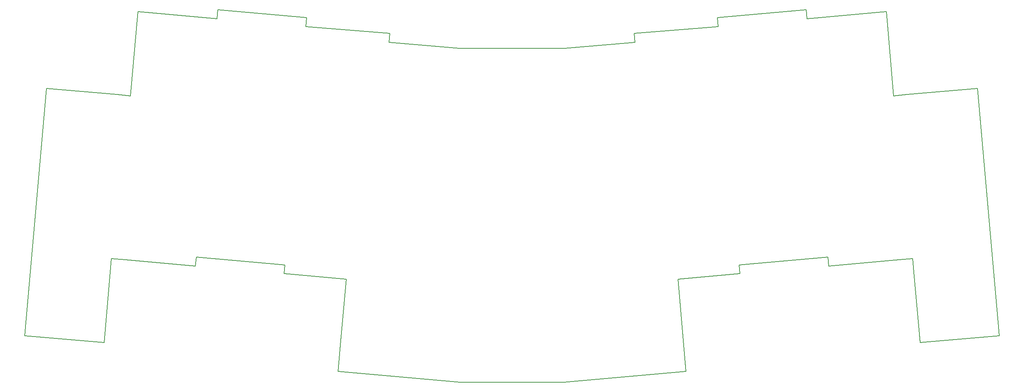
<source format=gbr>
G04 #@! TF.GenerationSoftware,KiCad,Pcbnew,(5.1.7)-1*
G04 #@! TF.CreationDate,2021-03-21T19:43:21+09:00*
G04 #@! TF.ProjectId,Beryl32,42657279-6c33-4322-9e6b-696361645f70,rev?*
G04 #@! TF.SameCoordinates,Original*
G04 #@! TF.FileFunction,Profile,NP*
%FSLAX46Y46*%
G04 Gerber Fmt 4.6, Leading zero omitted, Abs format (unit mm)*
G04 Created by KiCad (PCBNEW (5.1.7)-1) date 2021-03-21 19:43:21*
%MOMM*%
%LPD*%
G01*
G04 APERTURE LIST*
G04 #@! TA.AperFunction,Profile*
%ADD10C,0.200000*%
G04 #@! TD*
G04 APERTURE END LIST*
D10*
X246363620Y-155301400D02*
X247581440Y-169221440D01*
X247581440Y-169221440D02*
X248189880Y-176176050D01*
X197041710Y-103167836D02*
X220749170Y-103167833D01*
X298153250Y-113606234D02*
X314065640Y-112213973D01*
X246363620Y-155301400D02*
X260360080Y-154077060D01*
X248189880Y-176176050D02*
X220559970Y-178594370D01*
X169601190Y-176176090D02*
X197231100Y-178594410D01*
X171427454Y-155301441D02*
X170209630Y-169221480D01*
X170209630Y-169221477D02*
X169601194Y-176176092D01*
X171427454Y-155301441D02*
X157430797Y-154077058D01*
X157430789Y-154077060D02*
X157605200Y-152084700D01*
X197231100Y-178594410D02*
X220559780Y-178594410D01*
X181303890Y-99783211D02*
X164310539Y-98391972D01*
X181129480Y-101775571D02*
X181303890Y-99783211D01*
X183121850Y-101949993D02*
X181129480Y-101775571D01*
X197041710Y-103167836D02*
X183121850Y-101949993D01*
X162492589Y-96225191D02*
X142442440Y-94471268D01*
X162318170Y-98217551D02*
X164310539Y-98391973D01*
X140275660Y-96289207D02*
X142268010Y-96463628D01*
X126355610Y-95071356D02*
X140275660Y-96289207D01*
X162318170Y-98217551D02*
X162492580Y-96225191D01*
X142268010Y-96463628D02*
X142442420Y-94471268D01*
X124363240Y-94896935D02*
X122703120Y-113874449D01*
X122703120Y-113874449D02*
X119637630Y-113606233D01*
X124363240Y-94896935D02*
X126355610Y-95071357D01*
X119637630Y-113606235D02*
X103725240Y-112213974D01*
X103550830Y-114206332D02*
X103725240Y-112213972D01*
X137380720Y-152323140D02*
X121468250Y-150930860D01*
X157605200Y-152084700D02*
X137555130Y-150330780D01*
X121468250Y-150930860D02*
X118403220Y-150662780D01*
X118403220Y-150662790D02*
X118135030Y-153727750D01*
X118135030Y-153727750D02*
X116742770Y-169640130D01*
X116742770Y-169640130D02*
X114750400Y-169465710D01*
X100830410Y-168247860D02*
X98838040Y-168073440D01*
X137380710Y-152323140D02*
X137555120Y-150330780D01*
X114750400Y-169465710D02*
X100830410Y-168247860D01*
X103550830Y-114206332D02*
X99012380Y-166081130D01*
X98837970Y-168073490D02*
X99012380Y-166081130D01*
X236486990Y-99783210D02*
X253480340Y-98391971D01*
X236661400Y-101775570D02*
X236486990Y-99783210D01*
X234669030Y-101949992D02*
X236661400Y-101775570D01*
X220749170Y-103167835D02*
X234669030Y-101949992D01*
X255298290Y-96225190D02*
X275348440Y-94471267D01*
X255472710Y-98217550D02*
X253480340Y-98391972D01*
X277515220Y-96289206D02*
X275522870Y-96463627D01*
X291435270Y-95071355D02*
X277515220Y-96289206D01*
X255472710Y-98217550D02*
X255298300Y-96225190D01*
X275522870Y-96463627D02*
X275348460Y-94471267D01*
X293427640Y-94896934D02*
X295087760Y-113874448D01*
X295087760Y-113874448D02*
X298153250Y-113606232D01*
X293427640Y-94896934D02*
X291435270Y-95071356D01*
X314240050Y-114206331D02*
X314065640Y-112213971D01*
X280410160Y-152323140D02*
X296322630Y-150930860D01*
X260185670Y-152084700D02*
X280235750Y-150330780D01*
X260360080Y-154077060D02*
X260185670Y-152084700D01*
X296322630Y-150930860D02*
X299387660Y-150662780D01*
X299387660Y-150662790D02*
X299655850Y-153727750D01*
X299655850Y-153727750D02*
X301048110Y-169640130D01*
X301048110Y-169640130D02*
X303040480Y-169465710D01*
X316960470Y-168247860D02*
X318952840Y-168073440D01*
X280410170Y-152323140D02*
X280235760Y-150330780D01*
X303040480Y-169465710D02*
X316960470Y-168247860D01*
X314240050Y-114206331D02*
X318778500Y-166081130D01*
X318952910Y-168073490D02*
X318778500Y-166081130D01*
M02*

</source>
